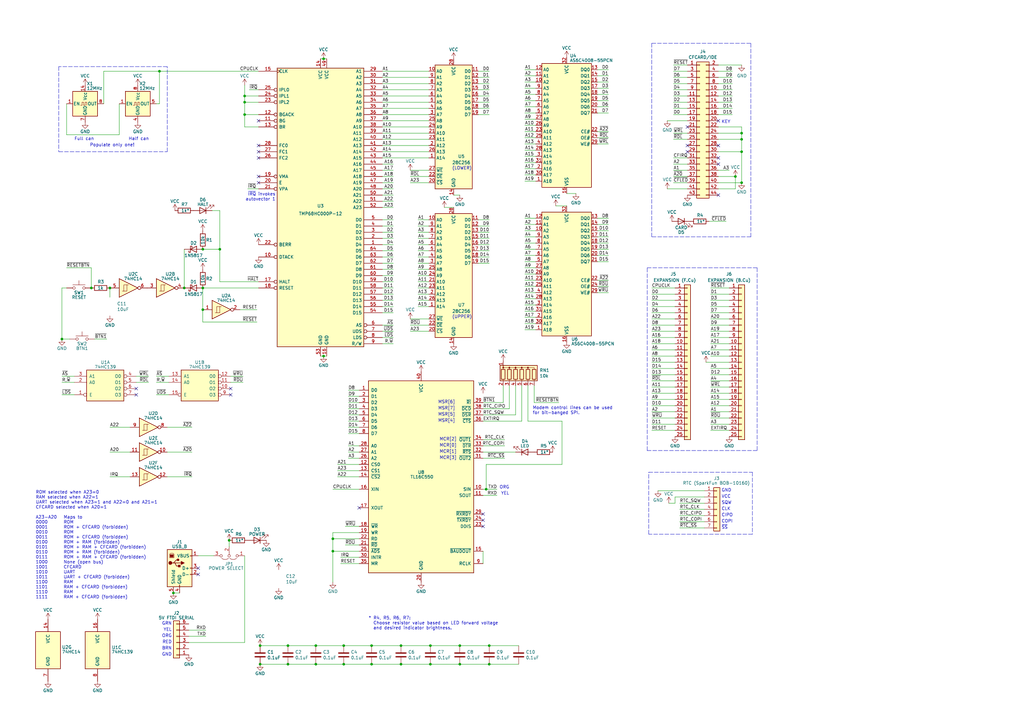
<source format=kicad_sch>
(kicad_sch (version 20211123) (generator eeschema)
  (paper "A3")
  (title_block (title "68k nano single board computer") (date "2020-06-24") (rev "1") (company "Matt Sarnoff (msarnoff.org)"))
  (junction (at 199.39 200.66))
  (junction (at 83.185 118.11))
  (junction (at 100.33 41.91))
  (junction (at 140.97 264.795))
  (junction (at 37.465 118.11))
  (junction (at 301.625 72.39))
  (junction (at 106.68 272.415))
  (junction (at 129.54 264.795))
  (junction (at 83.185 127))
  (junction (at 118.11 264.795))
  (junction (at 140.97 272.415))
  (junction (at 106.68 264.795))
  (junction (at 164.465 272.415))
  (junction (at 100.33 46.99))
  (junction (at 188.595 264.795))
  (junction (at 90.17 102.235))
  (junction (at 304.165 74.93))
  (junction (at 71.12 243.205))
  (junction (at 45.085 118.11))
  (junction (at 83.185 102.235))
  (junction (at 152.4 272.415))
  (junction (at 93.98 221.615))
  (junction (at 132.715 24.13))
  (junction (at 176.53 264.795))
  (junction (at 200.66 264.795))
  (junction (at 304.165 57.15))
  (junction (at 164.465 264.795))
  (junction (at 188.595 272.415))
  (junction (at 304.165 62.23))
  (junction (at 65.405 29.21))
  (junction (at 152.4 264.795))
  (junction (at 176.53 272.415))
  (junction (at 136.525 220.98))
  (junction (at 75.565 118.11))
  (junction (at 304.165 54.61))
  (junction (at 129.54 272.415))
  (junction (at 200.66 272.415))
  (junction (at 118.11 272.415))
  (junction (at 100.33 39.37))
  (junction (at 136.525 226.06))
  (junction (at 132.715 146.05))
  (junction (at 25.4 139.065))
  (no_connect (at 106.045 64.77))
  (no_connect (at 147.32 208.28))
  (no_connect (at 281.94 59.69))
  (no_connect (at 106.045 74.93))
  (no_connect (at 281.94 62.23))
  (no_connect (at 106.045 72.39))
  (no_connect (at 294.64 49.53))
  (no_connect (at 94.615 161.925))
  (no_connect (at 294.64 67.31))
  (no_connect (at 106.045 49.53))
  (no_connect (at 81.28 233.045))
  (no_connect (at 294.64 59.69))
  (no_connect (at 81.28 235.585))
  (no_connect (at 55.88 161.925))
  (no_connect (at 106.045 59.69))
  (no_connect (at 294.64 64.77))
  (no_connect (at 281.94 52.07))
  (no_connect (at 198.12 215.9))
  (no_connect (at 55.88 159.385))
  (no_connect (at 198.12 210.82))
  (no_connect (at 294.64 80.01))
  (no_connect (at 94.615 159.385))
  (no_connect (at 106.045 62.23))
  (no_connect (at 198.12 213.36))
  (wire (pts (xy 245.11 97.155) (xy 249.555 97.155)))
  (wire (pts (xy 281.94 39.37) (xy 276.225 39.37)))
  (wire (pts (xy 175.895 102.87) (xy 171.45 102.87)))
  (wire (pts (xy 245.11 46.355) (xy 249.555 46.355)))
  (wire (pts (xy 219.71 94.615) (xy 215.265 94.615)))
  (wire (pts (xy 276.86 148.59) (xy 267.335 148.59)))
  (wire (pts (xy 147.32 167.64) (xy 142.875 167.64)))
  (wire (pts (xy 83.185 132.08) (xy 105.41 132.08)))
  (wire (pts (xy 196.215 102.87) (xy 200.66 102.87)))
  (wire (pts (xy 53.34 195.58) (xy 45.085 195.58)))
  (wire (pts (xy 219.71 28.575) (xy 215.265 28.575)))
  (wire (pts (xy 294.64 62.23) (xy 304.165 62.23)))
  (wire (pts (xy 147.32 195.58) (xy 138.43 195.58)))
  (wire (pts (xy 196.215 36.83) (xy 200.66 36.83)))
  (polyline (pts (xy 310.515 184.785) (xy 265.43 184.785)))
  (polyline (pts (xy 310.515 109.855) (xy 310.515 184.785)))
  (wire (pts (xy 294.64 77.47) (xy 301.625 77.47)))
  (wire (pts (xy 212.725 264.795) (xy 200.66 264.795)))
  (wire (pts (xy 245.11 41.275) (xy 249.555 41.275)))
  (wire (pts (xy 147.32 215.9) (xy 141.605 215.9)))
  (wire (pts (xy 175.895 97.79) (xy 171.45 97.79)))
  (wire (pts (xy 136.525 226.06) (xy 136.525 238.76)))
  (wire (pts (xy 68.58 195.58) (xy 78.74 195.58)))
  (wire (pts (xy 245.11 28.575) (xy 249.555 28.575)))
  (wire (pts (xy 175.895 90.17) (xy 171.45 90.17)))
  (polyline (pts (xy 24.13 62.23) (xy 68.58 62.23)))
  (wire (pts (xy 156.845 62.23) (xy 175.895 62.23)))
  (wire (pts (xy 276.86 176.53) (xy 267.335 176.53)))
  (wire (pts (xy 156.845 90.17) (xy 161.29 90.17)))
  (wire (pts (xy 276.86 125.73) (xy 267.335 125.73)))
  (wire (pts (xy 175.895 72.39) (xy 168.275 72.39)))
  (polyline (pts (xy 266.065 219.075) (xy 266.065 193.675)))
  (wire (pts (xy 276.86 171.45) (xy 267.335 171.45)))
  (wire (pts (xy 77.47 260.985) (xy 84.455 260.985)))
  (wire (pts (xy 147.32 226.06) (xy 136.525 226.06)))
  (wire (pts (xy 175.895 59.69) (xy 156.845 59.69)))
  (wire (pts (xy 245.11 43.815) (xy 249.555 43.815)))
  (wire (pts (xy 176.53 264.795) (xy 164.465 264.795)))
  (wire (pts (xy 299.085 173.99) (xy 291.465 173.99)))
  (wire (pts (xy 245.11 114.935) (xy 249.555 114.935)))
  (wire (pts (xy 106.045 77.47) (xy 101.6 77.47)))
  (wire (pts (xy 175.895 100.33) (xy 171.45 100.33)))
  (wire (pts (xy 147.32 218.44) (xy 136.525 218.44)))
  (wire (pts (xy 294.64 29.21) (xy 300.355 29.21)))
  (wire (pts (xy 147.32 228.6) (xy 139.7 228.6)))
  (wire (pts (xy 212.725 272.415) (xy 200.66 272.415)))
  (wire (pts (xy 27.305 118.11) (xy 25.4 118.11)))
  (wire (pts (xy 199.39 190.5) (xy 230.505 190.5)))
  (wire (pts (xy 156.845 57.15) (xy 175.895 57.15)))
  (wire (pts (xy 299.085 146.05) (xy 291.465 146.05)))
  (wire (pts (xy 45.085 121.92) (xy 45.085 118.11)))
  (wire (pts (xy 299.085 156.21) (xy 291.465 156.21)))
  (wire (pts (xy 37.465 109.855) (xy 27.305 109.855)))
  (polyline (pts (xy 308.61 193.675) (xy 308.61 219.075)))
  (wire (pts (xy 147.32 175.26) (xy 142.875 175.26)))
  (wire (pts (xy 90.17 115.57) (xy 90.17 102.235)))
  (wire (pts (xy 299.085 123.19) (xy 291.465 123.19)))
  (wire (pts (xy 232.41 79.375) (xy 236.22 79.375)))
  (wire (pts (xy 156.845 39.37) (xy 175.895 39.37)))
  (wire (pts (xy 276.86 143.51) (xy 267.335 143.51)))
  (wire (pts (xy 276.86 156.21) (xy 267.335 156.21)))
  (wire (pts (xy 288.925 203.835) (xy 276.86 203.835)))
  (wire (pts (xy 65.405 29.21) (xy 106.045 29.21)))
  (wire (pts (xy 276.86 151.13) (xy 267.335 151.13)))
  (wire (pts (xy 219.71 109.855) (xy 215.265 109.855)))
  (wire (pts (xy 294.64 52.07) (xy 304.165 52.07)))
  (wire (pts (xy 299.085 135.89) (xy 291.465 135.89)))
  (wire (pts (xy 175.895 133.35) (xy 168.275 133.35)))
  (wire (pts (xy 219.71 122.555) (xy 215.265 122.555)))
  (wire (pts (xy 219.71 51.435) (xy 215.265 51.435)))
  (wire (pts (xy 156.845 140.97) (xy 161.29 140.97)))
  (wire (pts (xy 219.71 102.235) (xy 215.265 102.235)))
  (wire (pts (xy 290.83 90.805) (xy 297.815 90.805)))
  (wire (pts (xy 198.12 167.64) (xy 208.915 167.64)))
  (wire (pts (xy 25.4 118.11) (xy 25.4 139.065)))
  (wire (pts (xy 156.845 72.39) (xy 161.29 72.39)))
  (wire (pts (xy 182.245 85.09) (xy 186.055 85.09)))
  (wire (pts (xy 211.455 170.18) (xy 211.455 158.115)))
  (polyline (pts (xy 266.065 193.675) (xy 308.61 193.675)))
  (wire (pts (xy 219.71 61.595) (xy 215.265 61.595)))
  (wire (pts (xy 276.86 138.43) (xy 267.335 138.43)))
  (wire (pts (xy 133.985 24.13) (xy 132.715 24.13)))
  (wire (pts (xy 294.64 57.15) (xy 304.165 57.15)))
  (wire (pts (xy 175.895 95.25) (xy 171.45 95.25)))
  (wire (pts (xy 219.71 112.395) (xy 215.265 112.395)))
  (wire (pts (xy 156.845 29.21) (xy 175.895 29.21)))
  (wire (pts (xy 245.11 59.055) (xy 249.555 59.055)))
  (wire (pts (xy 276.86 120.65) (xy 267.335 120.65)))
  (wire (pts (xy 106.045 46.99) (xy 100.33 46.99)))
  (wire (pts (xy 304.165 57.15) (xy 304.165 62.23)))
  (wire (pts (xy 69.215 161.925) (xy 64.135 161.925)))
  (wire (pts (xy 276.86 146.05) (xy 267.335 146.05)))
  (wire (pts (xy 156.845 74.93) (xy 161.29 74.93)))
  (wire (pts (xy 175.895 120.65) (xy 171.45 120.65)))
  (wire (pts (xy 245.11 102.235) (xy 249.555 102.235)))
  (wire (pts (xy 106.045 52.07) (xy 100.33 52.07)))
  (wire (pts (xy 140.97 272.415) (xy 129.54 272.415)))
  (wire (pts (xy 81.28 227.965) (xy 87.63 227.965)))
  (wire (pts (xy 198.12 185.42) (xy 211.455 185.42)))
  (wire (pts (xy 299.085 153.67) (xy 291.465 153.67)))
  (wire (pts (xy 216.535 172.72) (xy 216.535 158.115)))
  (wire (pts (xy 219.71 48.895) (xy 215.265 48.895)))
  (wire (pts (xy 219.71 117.475) (xy 215.265 117.475)))
  (wire (pts (xy 276.86 203.835) (xy 276.86 206.375)))
  (polyline (pts (xy 267.335 97.155) (xy 267.335 17.78)))
  (wire (pts (xy 196.215 100.33) (xy 200.66 100.33)))
  (wire (pts (xy 136.525 220.98) (xy 136.525 226.06)))
  (wire (pts (xy 276.86 168.91) (xy 267.335 168.91)))
  (wire (pts (xy 294.64 41.91) (xy 300.355 41.91)))
  (wire (pts (xy 276.86 206.375) (xy 274.32 206.375)))
  (wire (pts (xy 299.085 161.29) (xy 291.465 161.29)))
  (wire (pts (xy 219.71 43.815) (xy 215.265 43.815)))
  (wire (pts (xy 156.845 69.85) (xy 161.29 69.85)))
  (wire (pts (xy 83.185 127) (xy 83.185 132.08)))
  (wire (pts (xy 196.215 105.41) (xy 200.66 105.41)))
  (wire (pts (xy 281.94 44.45) (xy 276.225 44.45)))
  (wire (pts (xy 55.88 156.845) (xy 60.96 156.845)))
  (wire (pts (xy 219.71 64.135) (xy 215.265 64.135)))
  (wire (pts (xy 199.39 200.66) (xy 203.835 200.66)))
  (wire (pts (xy 55.88 154.305) (xy 60.96 154.305)))
  (wire (pts (xy 294.64 74.93) (xy 304.165 74.93)))
  (wire (pts (xy 156.845 44.45) (xy 175.895 44.45)))
  (wire (pts (xy 288.925 206.375) (xy 278.765 206.375)))
  (wire (pts (xy 219.71 38.735) (xy 215.265 38.735)))
  (wire (pts (xy 245.11 36.195) (xy 249.555 36.195)))
  (wire (pts (xy 288.925 216.535) (xy 278.765 216.535)))
  (wire (pts (xy 294.64 31.75) (xy 300.355 31.75)))
  (wire (pts (xy 288.925 213.995) (xy 278.765 213.995)))
  (wire (pts (xy 175.895 41.91) (xy 156.845 41.91)))
  (polyline (pts (xy 308.61 219.075) (xy 266.065 219.075)))
  (wire (pts (xy 30.48 154.305) (xy 25.4 154.305)))
  (wire (pts (xy 196.215 95.25) (xy 200.66 95.25)))
  (polyline (pts (xy 267.335 17.78) (xy 307.975 17.78)))
  (wire (pts (xy 219.71 92.075) (xy 215.265 92.075)))
  (wire (pts (xy 102.235 36.83) (xy 106.045 36.83)))
  (wire (pts (xy 38.735 139.065) (xy 43.815 139.065)))
  (wire (pts (xy 175.895 135.89) (xy 168.275 135.89)))
  (wire (pts (xy 37.465 118.11) (xy 37.465 109.855)))
  (wire (pts (xy 175.895 107.95) (xy 171.45 107.95)))
  (wire (pts (xy 299.085 128.27) (xy 291.465 128.27)))
  (wire (pts (xy 100.33 52.07) (xy 100.33 46.99)))
  (wire (pts (xy 219.71 135.255) (xy 215.265 135.255)))
  (wire (pts (xy 156.845 97.79) (xy 161.29 97.79)))
  (wire (pts (xy 69.215 156.845) (xy 64.135 156.845)))
  (wire (pts (xy 156.845 133.35) (xy 161.29 133.35)))
  (wire (pts (xy 304.165 62.23) (xy 304.165 74.93)))
  (wire (pts (xy 245.11 89.535) (xy 249.555 89.535)))
  (wire (pts (xy 106.045 39.37) (xy 100.33 39.37)))
  (wire (pts (xy 156.845 118.11) (xy 161.29 118.11)))
  (wire (pts (xy 245.11 92.075) (xy 249.555 92.075)))
  (wire (pts (xy 276.86 135.89) (xy 267.335 135.89)))
  (wire (pts (xy 98.425 127) (xy 105.41 127)))
  (wire (pts (xy 232.41 84.455) (xy 227.965 84.455)))
  (wire (pts (xy 245.11 94.615) (xy 249.555 94.615)))
  (wire (pts (xy 156.845 82.55) (xy 161.29 82.55)))
  (wire (pts (xy 147.32 220.98) (xy 136.525 220.98)))
  (wire (pts (xy 53.34 185.42) (xy 45.085 185.42)))
  (wire (pts (xy 147.32 177.8) (xy 142.875 177.8)))
  (wire (pts (xy 156.845 135.89) (xy 161.29 135.89)))
  (wire (pts (xy 175.895 36.83) (xy 156.845 36.83)))
  (wire (pts (xy 30.48 156.845) (xy 25.4 156.845)))
  (wire (pts (xy 219.71 120.015) (xy 215.265 120.015)))
  (wire (pts (xy 147.32 182.88) (xy 142.875 182.88)))
  (wire (pts (xy 156.845 107.95) (xy 161.29 107.95)))
  (wire (pts (xy 276.86 158.75) (xy 267.335 158.75)))
  (wire (pts (xy 198.12 180.34) (xy 207.01 180.34)))
  (wire (pts (xy 294.64 39.37) (xy 300.355 39.37)))
  (wire (pts (xy 136.525 218.44) (xy 136.525 220.98)))
  (wire (pts (xy 168.275 69.85) (xy 175.895 69.85)))
  (wire (pts (xy 156.845 102.87) (xy 161.29 102.87)))
  (wire (pts (xy 281.94 46.99) (xy 276.225 46.99)))
  (wire (pts (xy 219.71 97.155) (xy 215.265 97.155)))
  (polyline (pts (xy 24.13 27.305) (xy 24.13 62.23)))
  (wire (pts (xy 276.86 133.35) (xy 267.335 133.35)))
  (wire (pts (xy 294.64 44.45) (xy 300.355 44.45)))
  (wire (pts (xy 196.215 41.91) (xy 200.66 41.91)))
  (wire (pts (xy 129.54 272.415) (xy 118.11 272.415)))
  (wire (pts (xy 299.085 163.83) (xy 291.465 163.83)))
  (wire (pts (xy 219.71 31.115) (xy 215.265 31.115)))
  (polyline (pts (xy 307.975 97.155) (xy 267.335 97.155)))
  (wire (pts (xy 28.575 139.065) (xy 25.4 139.065)))
  (wire (pts (xy 196.215 107.95) (xy 200.66 107.95)))
  (wire (pts (xy 299.085 130.81) (xy 291.465 130.81)))
  (wire (pts (xy 152.4 264.795) (xy 140.97 264.795)))
  (wire (pts (xy 156.845 92.71) (xy 161.29 92.71)))
  (wire (pts (xy 94.615 154.305) (xy 99.695 154.305)))
  (wire (pts (xy 156.845 67.31) (xy 161.29 67.31)))
  (wire (pts (xy 219.71 33.655) (xy 215.265 33.655)))
  (wire (pts (xy 188.595 264.795) (xy 176.53 264.795)))
  (polyline (pts (xy 68.58 62.23) (xy 68.58 27.305)))
  (wire (pts (xy 281.94 26.67) (xy 276.225 26.67)))
  (wire (pts (xy 198.12 226.06) (xy 198.12 231.14)))
  (wire (pts (xy 188.595 264.795) (xy 200.66 264.795)))
  (wire (pts (xy 83.185 118.11) (xy 106.045 118.11)))
  (wire (pts (xy 147.32 231.14) (xy 139.7 231.14)))
  (wire (pts (xy 71.12 243.205) (xy 73.66 243.205)))
  (wire (pts (xy 156.845 49.53) (xy 175.895 49.53)))
  (wire (pts (xy 198.12 165.1) (xy 206.375 165.1)))
  (wire (pts (xy 196.215 46.99) (xy 200.66 46.99)))
  (wire (pts (xy 93.98 221.615) (xy 93.98 224.155)))
  (wire (pts (xy 147.32 193.04) (xy 138.43 193.04)))
  (wire (pts (xy 133.985 146.05) (xy 132.715 146.05)))
  (wire (pts (xy 156.845 125.73) (xy 161.29 125.73)))
  (wire (pts (xy 198.12 203.2) (xy 203.835 203.2)))
  (wire (pts (xy 140.97 272.415) (xy 152.4 272.415)))
  (wire (pts (xy 245.11 117.475) (xy 249.555 117.475)))
  (wire (pts (xy 299.085 118.11) (xy 291.465 118.11)))
  (wire (pts (xy 175.895 46.99) (xy 156.845 46.99)))
  (wire (pts (xy 196.215 90.17) (xy 200.66 90.17)))
  (wire (pts (xy 281.94 41.91) (xy 276.225 41.91)))
  (wire (pts (xy 219.71 130.175) (xy 215.265 130.175)))
  (wire (pts (xy 276.86 123.19) (xy 267.335 123.19)))
  (wire (pts (xy 196.215 44.45) (xy 200.66 44.45)))
  (wire (pts (xy 276.86 128.27) (xy 267.335 128.27)))
  (wire (pts (xy 175.895 123.19) (xy 171.45 123.19)))
  (wire (pts (xy 175.895 105.41) (xy 171.45 105.41)))
  (wire (pts (xy 299.085 143.51) (xy 291.465 143.51)))
  (wire (pts (xy 118.11 272.415) (xy 106.68 272.415)))
  (wire (pts (xy 219.71 71.755) (xy 215.265 71.755)))
  (wire (pts (xy 100.33 263.525) (xy 100.33 227.965)))
  (wire (pts (xy 156.845 110.49) (xy 161.29 110.49)))
  (wire (pts (xy 90.17 86.36) (xy 90.17 102.235)))
  (wire (pts (xy 276.86 163.83) (xy 267.335 163.83)))
  (wire (pts (xy 219.71 69.215) (xy 215.265 69.215)))
  (wire (pts (xy 198.12 187.96) (xy 207.01 187.96)))
  (wire (pts (xy 230.505 172.72) (xy 216.535 172.72)))
  (wire (pts (xy 196.215 34.29) (xy 200.66 34.29)))
  (wire (pts (xy 147.32 162.56) (xy 142.875 162.56)))
  (wire (pts (xy 219.71 41.275) (xy 215.265 41.275)))
  (wire (pts (xy 68.58 185.42) (xy 78.74 185.42)))
  (wire (pts (xy 213.995 158.115) (xy 213.995 172.72)))
  (wire (pts (xy 219.71 132.715) (xy 215.265 132.715)))
  (wire (pts (xy 100.33 46.99) (xy 100.33 41.91)))
  (wire (pts (xy 147.32 223.52) (xy 141.605 223.52)))
  (wire (pts (xy 281.94 57.15) (xy 276.225 57.15)))
  (wire (pts (xy 294.64 34.29) (xy 300.355 34.29)))
  (wire (pts (xy 276.86 118.11) (xy 267.335 118.11)))
  (wire (pts (xy 208.915 158.115) (xy 208.915 167.64)))
  (polyline (pts (xy 307.975 17.78) (xy 307.975 97.155)))
  (wire (pts (xy 156.845 52.07) (xy 175.895 52.07)))
  (wire (pts (xy 291.465 151.13) (xy 299.085 151.13)))
  (wire (pts (xy 245.11 104.775) (xy 249.555 104.775)))
  (wire (pts (xy 156.845 113.03) (xy 161.29 113.03)))
  (wire (pts (xy 106.045 41.91) (xy 100.33 41.91)))
  (wire (pts (xy 175.895 113.03) (xy 171.45 113.03)))
  (wire (pts (xy 147.32 172.72) (xy 142.875 172.72)))
  (wire (pts (xy 175.895 92.71) (xy 171.45 92.71)))
  (wire (pts (xy 198.12 200.66) (xy 199.39 200.66)))
  (wire (pts (xy 152.4 264.795) (xy 164.465 264.795)))
  (wire (pts (xy 147.32 170.18) (xy 142.875 170.18)))
  (wire (pts (xy 301.625 77.47) (xy 301.625 72.39)))
  (wire (pts (xy 132.715 24.13) (xy 131.445 24.13)))
  (wire (pts (xy 176.53 272.415) (xy 188.595 272.415)))
  (wire (pts (xy 219.71 56.515) (xy 215.265 56.515)))
  (wire (pts (xy 281.94 74.93) (xy 276.225 74.93)))
  (wire (pts (xy 106.045 115.57) (xy 90.17 115.57)))
  (wire (pts (xy 281.94 31.75) (xy 276.225 31.75)))
  (wire (pts (xy 196.215 39.37) (xy 200.66 39.37)))
  (wire (pts (xy 164.465 272.415) (xy 152.4 272.415)))
  (wire (pts (xy 299.085 148.59) (xy 289.56 148.59)))
  (wire (pts (xy 64.135 42.545) (xy 65.405 42.545)))
  (wire (pts (xy 156.845 77.47) (xy 161.29 77.47)))
  (wire (pts (xy 53.34 175.26) (xy 45.085 175.26)))
  (wire (pts (xy 281.94 69.85) (xy 276.225 69.85)))
  (wire (pts (xy 30.48 161.925) (xy 25.4 161.925)))
  (wire (pts (xy 288.925 208.915) (xy 278.765 208.915)))
  (wire (pts (xy 196.215 31.75) (xy 200.66 31.75)))
  (wire (pts (xy 291.465 158.75) (xy 299.085 158.75)))
  (wire (pts (xy 304.165 52.07) (xy 304.165 54.61)))
  (wire (pts (xy 156.845 34.29) (xy 175.895 34.29)))
  (wire (pts (xy 249.555 53.975) (xy 245.11 53.975)))
  (wire (pts (xy 219.71 104.775) (xy 215.265 104.775)))
  (wire (pts (xy 147.32 160.02) (xy 142.875 160.02)))
  (wire (pts (xy 245.11 31.115) (xy 249.555 31.115)))
  (wire (pts (xy 42.545 29.21) (xy 65.405 29.21)))
  (wire (pts (xy 156.845 95.25) (xy 161.29 95.25)))
  (wire (pts (xy 77.47 263.525) (xy 100.33 263.525)))
  (wire (pts (xy 281.94 67.31) (xy 276.225 67.31)))
  (wire (pts (xy 281.94 34.29) (xy 276.225 34.29)))
  (wire (pts (xy 156.845 115.57) (xy 161.29 115.57)))
  (wire (pts (xy 219.71 107.315) (xy 215.265 107.315)))
  (wire (pts (xy 299.085 140.97) (xy 291.465 140.97)))
  (wire (pts (xy 294.64 72.39) (xy 301.625 72.39)))
  (wire (pts (xy 140.97 264.795) (xy 129.54 264.795)))
  (wire (pts (xy 94.615 156.845) (xy 99.695 156.845)))
  (wire (pts (xy 219.71 36.195) (xy 215.265 36.195)))
  (wire (pts (xy 175.895 74.93) (xy 168.275 74.93)))
  (wire (pts (xy 245.11 99.695) (xy 249.555 99.695)))
  (wire (pts (xy 175.895 125.73) (xy 171.45 125.73)))
  (wire (pts (xy 219.71 53.975) (xy 215.265 53.975)))
  (wire (pts (xy 156.845 120.65) (xy 161.29 120.65)))
  (wire (pts (xy 267.335 173.99) (xy 276.86 173.99)))
  (wire (pts (xy 299.085 168.91) (xy 291.465 168.91)))
  (wire (pts (xy 75.565 102.235) (xy 75.565 118.11)))
  (wire (pts (xy 294.64 36.83) (xy 300.355 36.83)))
  (wire (pts (xy 196.215 92.71) (xy 200.66 92.71)))
  (wire (pts (xy 106.68 264.795) (xy 118.11 264.795)))
  (wire (pts (xy 175.895 54.61) (xy 156.845 54.61)))
  (wire (pts (xy 86.995 86.36) (xy 90.17 86.36)))
  (wire (pts (xy 175.895 115.57) (xy 171.45 115.57)))
  (wire (pts (xy 68.58 175.26) (xy 78.74 175.26)))
  (wire (pts (xy 294.64 69.85) (xy 299.085 69.85)))
  (polyline (pts (xy 265.43 184.785) (xy 265.43 109.855)))
  (wire (pts (xy 100.33 41.91) (xy 100.33 39.37)))
  (wire (pts (xy 299.085 171.45) (xy 291.465 171.45)))
  (wire (pts (xy 294.64 54.61) (xy 304.165 54.61)))
  (wire (pts (xy 48.895 42.545) (xy 48.895 55.245)))
  (wire (pts (xy 219.71 74.295) (xy 215.265 74.295)))
  (wire (pts (xy 156.845 31.75) (xy 175.895 31.75)))
  (wire (pts (xy 230.505 190.5) (xy 230.505 172.72)))
  (wire (pts (xy 245.11 56.515) (xy 249.555 56.515)))
  (wire (pts (xy 299.085 120.65) (xy 291.465 120.65)))
  (wire (pts (xy 276.86 140.97) (xy 267.335 140.97)))
  (wire (pts (xy 304.165 57.15) (xy 304.165 54.61)))
  (wire (pts (xy 83.185 118.11) (xy 83.185 127)))
  (wire (pts (xy 175.895 110.49) (xy 171.45 110.49)))
  (wire (pts (xy 156.845 105.41) (xy 161.29 105.41)))
  (wire (pts (xy 206.375 165.1) (xy 206.375 158.115)))
  (wire (pts (xy 48.895 55.245) (xy 27.305 55.245)))
  (wire (pts (xy 198.12 182.88) (xy 207.01 182.88)))
  (wire (pts (xy 299.085 138.43) (xy 291.465 138.43)))
  (wire (pts (xy 42.545 42.545) (xy 42.545 29.21)))
  (wire (pts (xy 276.86 153.67) (xy 267.335 153.67)))
  (wire (pts (xy 281.94 54.61) (xy 276.225 54.61)))
  (wire (pts (xy 147.32 165.1) (xy 142.875 165.1)))
  (wire (pts (xy 118.11 264.795) (xy 129.54 264.795)))
  (wire (pts (xy 245.11 38.735) (xy 249.555 38.735)))
  (wire (pts (xy 156.845 100.33) (xy 161.29 100.33)))
  (wire (pts (xy 281.94 64.77) (xy 276.225 64.77)))
  (wire (pts (xy 176.53 272.415) (xy 164.465 272.415)))
  (wire (pts (xy 156.845 123.19) (xy 161.29 123.19)))
  (wire (pts (xy 281.94 29.21) (xy 276.225 29.21)))
  (wire (pts (xy 299.085 133.35) (xy 291.465 133.35)))
  (wire (pts (xy 198.12 170.18) (xy 211.455 170.18)))
  (wire (pts (xy 147.32 190.5) (xy 138.43 190.5)))
  (wire (pts (xy 245.11 120.015) (xy 249.555 120.015)))
  (wire (pts (xy 299.085 166.37) (xy 291.465 166.37)))
  (wire (pts (xy 245.11 107.315) (xy 249.555 107.315)))
  (wire (pts (xy 131.445 146.05) (xy 132.715 146.05)))
  (wire (pts (xy 100.33 34.925) (xy 100.33 39.37)))
  (wire (pts (xy 288.925 201.295) (xy 269.875 201.295)))
  (wire (pts (xy 175.895 118.11) (xy 171.45 118.11)))
  (wire (pts (xy 219.71 46.355) (xy 215.265 46.355)))
  (wire (pts (xy 77.47 258.445) (xy 84.455 258.445)))
  (wire (pts (xy 175.895 64.77) (xy 156.845 64.77)))
  (wire (pts (xy 219.71 89.535) (xy 215.265 89.535)))
  (wire (pts (xy 147.32 185.42) (xy 142.875 185.42)))
  (wire (pts (xy 294.64 26.67) (xy 304.165 26.67)))
  (wire (pts (xy 281.94 49.53) (xy 273.685 49.53)))
  (wire (pts (xy 281.94 36.83) (xy 276.225 36.83)))
  (wire (pts (xy 281.94 77.47) (xy 273.685 77.47)))
  (wire (pts (xy 147.32 200.66) (xy 136.525 200.66)))
  (wire (pts (xy 65.405 42.545) (xy 65.405 29.21)))
  (wire (pts (xy 156.845 85.09) (xy 161.29 85.09)))
  (wire (pts (xy 156.845 138.43) (xy 161.29 138.43)))
  (wire (pts (xy 281.94 72.39) (xy 276.225 72.39)))
  (wire (pts (xy 299.085 176.53) (xy 291.465 176.53)))
  (wire (pts (xy 219.075 165.1) (xy 229.235 165.1)))
  (wire (pts (xy 69.215 154.305) (xy 64.135 154.305)))
  (wire (pts (xy 294.64 46.99) (xy 300.355 46.99)))
  (wire (pts (xy 219.71 66.675) (xy 215.265 66.675)))
  (wire (pts (xy 196.215 97.79) (xy 200.66 97.79)))
  (wire (pts (xy 219.71 127.635) (xy 215.265 127.635)))
  (wire (pts (xy 219.71 59.055) (xy 215.265 59.055)))
  (wire (pts (xy 299.085 125.73) (xy 291.465 125.73)))
  (wire (pts (xy 219.71 99.695) (xy 215.265 99.695)))
  (wire (pts (xy 156.845 80.01) (xy 161.29 80.01)))
  (wire (pts (xy 188.595 272.415) (xy 200.66 272.415)))
  (wire (pts (xy 186.055 80.01) (xy 188.595 80.01)))
  (wire (pts (xy 276.86 130.81) (xy 267.335 130.81)))
  (wire (pts (xy 196.215 29.21) (xy 200.66 29.21)))
  (wire (pts (xy 90.17 102.235) (xy 83.185 102.235)))
  (polyline (pts (xy 265.43 109.855) (xy 310.515 109.855)))
  (wire (pts (xy 147.32 187.96) (xy 142.875 187.96)))
  (wire (pts (xy 245.11 33.655) (xy 249.555 33.655)))
  (wire (pts (xy 199.39 200.66) (xy 199.39 190.5)))
  (wire (pts (xy 27.305 55.245) (xy 27.305 42.545)))
  (wire (pts (xy 219.71 114.935) (xy 215.265 114.935)))
  (wire (pts (xy 219.075 158.115) (xy 219.075 165.1)))
  (wire (pts (xy 219.71 125.095) (xy 215.265 125.095)))
  (wire (pts (xy 276.86 161.29) (xy 267.335 161.29)))
  (wire (pts (xy 213.995 172.72) (xy 198.12 172.72)))
  (polyline (pts (xy 68.58 27.305) (xy 24.13 27.305)))
  (wire (pts (xy 276.86 166.37) (xy 267.335 166.37)))
  (wire (pts (xy 288.925 211.455) (xy 278.765 211.455)))
  (wire (pts (xy 168.275 130.81) (xy 175.895 130.81)))
  (wire (pts (xy 156.845 128.27) (xy 161.29 128.27)))
  (text "Full can" (at 30.48 57.785 0) (effects (font (size 1.27 1.27)) (justify left bottom)))
  (text "GND" (at 295.91 201.93 0) (effects (font (size 1.27 1.27)) (justify left bottom)))
  (text "MSR[6]" (at 186.69 165.735 180) (effects (font (size 1.27 1.27)) (justify right bottom)))
  (text "ORG" (at 208.915 200.66 180) (effects (font (size 1.27 1.27)) (justify right bottom)))
  (text "MCR[1]" (at 187.325 186.055 180) (effects (font (size 1.27 1.27)) (justify right bottom)))
  (text "Populate only one!" (at 36.83 60.325 0) (effects (font (size 1.27 1.27)) (justify left bottom)))
  (text "A23-A20\n0000\n0001\n0010\n0011\n0100\n0101\n0110\n0111\n1000\n1001\n1010\n1011\n1100\n1101\n1110\n1111" (at 14.605 245.745 0) (effects (font (size 1.27 1.27)) (justify left bottom)))
  (text "* R4, R5, R6, R7: \n  Choose resistor value based on LED forward voltage\n  and desired indicator brightness." (at 151.13 258.445 0) (effects (font (size 1.27 1.27)) (justify left bottom)))
  (text "CLK" (at 295.91 209.55 0) (effects (font (size 1.27 1.27)) (justify left bottom)))
  (text "MCR[2]" (at 187.325 180.975 180) (effects (font (size 1.27 1.27)) (justify right bottom)))
  (text "ORG" (at 70.485 261.62 180) (effects (font (size 1.27 1.27)) (justify right bottom)))
  (text "(UPPER)" (at 185.42 130.81 0) (effects (font (size 1.27 1.27)) (justify left bottom)))
  (text "Half can" (at 52.705 57.785 0) (effects (font (size 1.27 1.27)) (justify left bottom)))
  (text "SQW" (at 295.91 207.01 0) (effects (font (size 1.27 1.27)) (justify left bottom)))
  (text "MCR[3]" (at 187.325 188.595 180) (effects (font (size 1.27 1.27)) (justify right bottom)))
  (text "YEL" (at 70.485 259.08 180) (effects (font (size 1.27 1.27)) (justify right bottom)))
  (text "~{IRQ} invokes\nautovector 1" (at 113.03 82.55 180) (effects (font (size 1.27 1.27)) (justify right bottom)))
  (text "(LOWER)" (at 185.42 69.85 0) (effects (font (size 1.27 1.27)) (justify left bottom)))
  (text "COPI" (at 295.91 214.63 0) (effects (font (size 1.27 1.27)) (justify left bottom)))
  (text "VCC" (at 295.91 204.47 0) (effects (font (size 1.27 1.27)) (justify left bottom)))
  (text "GRN" (at 70.485 256.54 180) (effects (font (size 1.27 1.27)) (justify right bottom)))
  (text "Maps to\nROM\nROM + CFCARD (forbidden)\nROM\nROM + CFCARD (forbidden)\nROM + RAM (forbidden)\nROM + RAM + CFCARD (forbidden)\nROM + RAM (forbidden)\nROM + RAM + CFCARD (forbidden)\nNone (open bus)\nCFCARD\nUART\nUART + CFCARD (forbidden)\nRAM\nRAM + CFCARD (forbidden)\nRAM\nRAM + CFCARD (forbidden)" (at 26.035 245.745 0) (effects (font (size 1.27 1.27)) (justify left bottom)))
  (text "ROM selected when A23=0\nRAM selected when A22=1\nUART selected when A23=1 and A22=0 and A21=1\nCFCARD selected when A20=1" (at 14.605 208.915 0) (effects (font (size 1.27 1.27)) (justify left bottom)))
  (text "GND" (at 70.485 269.24 180) (effects (font (size 1.27 1.27)) (justify right bottom)))
  (text "MSR[7]" (at 186.69 168.275 180) (effects (font (size 1.27 1.27)) (justify right bottom)))
  (text "BRN" (at 70.485 266.7 180) (effects (font (size 1.27 1.27)) (justify right bottom)))
  (text "MCR[0]" (at 187.325 183.515 180) (effects (font (size 1.27 1.27)) (justify right bottom)))
  (text "~{SS}" (at 295.91 217.17 0) (effects (font (size 1.27 1.27)) (justify left bottom)))
  (text "KEY" (at 295.91 50.8 0) (effects (font (size 1.27 1.27)) (justify left bottom)))
  (text "Modem control lines can be used\nfor bit-banged SPI." (at 218.44 170.18 0) (effects (font (size 1.27 1.27)) (justify left bottom)))
  (text "MSR[5]" (at 186.69 170.815 180) (effects (font (size 1.27 1.27)) (justify right bottom)))
  (text "YEL" (at 208.915 203.2 180) (effects (font (size 1.27 1.27)) (justify right bottom)))
  (text "CIPO" (at 295.91 212.09 0) (effects (font (size 1.27 1.27)) (justify left bottom)))
  (text "MSR[4]" (at 186.69 173.355 180) (effects (font (size 1.27 1.27)) (justify right bottom)))
  (text "RED" (at 70.485 264.16 180) (effects (font (size 1.27 1.27)) (justify right bottom)))
  (label "~{RDL}" (at 276.225 57.15 0))
  (label "D8" (at 300.355 29.21 180))
  (label "A14" (at 215.265 122.555 0))
  (label "D13" (at 200.66 102.87 180))
  (label "RXD" (at 84.455 258.445 180))
  (label "A1" (at 276.225 69.85 0))
  (label "~{WRU}" (at 267.335 171.45 0))
  (label "A22" (at 267.335 130.81 0))
  (label "A18" (at 161.29 72.39 180))
  (label "A4" (at 215.265 36.195 0))
  (label "~{RTC_SS}" (at 207.01 187.96 180))
  (label "~{RDU}" (at 168.275 133.35 0))
  (label "A11" (at 215.265 114.935 0))
  (label "D13" (at 249.555 102.235 180))
  (label "D4" (at 161.29 100.33 180))
  (label "A15" (at 171.45 125.73 0))
  (label "D7" (at 249.555 46.355 180))
  (label "D4" (at 267.335 125.73 0))
  (label "~{RDL}" (at 267.335 156.21 0))
  (label "~{RDL}" (at 249.555 56.515 180))
  (label "D0" (at 267.335 120.65 0))
  (label "A8" (at 156.845 46.99 0))
  (label "A3" (at 142.875 187.96 0))
  (label "~{RDU}" (at 291.465 171.45 0))
  (label "D12" (at 161.29 120.65 180))
  (label "D1" (at 200.66 31.75 180))
  (label "D14" (at 249.555 104.775 180))
  (label "A2" (at 276.225 67.31 0))
  (label "D9" (at 161.29 113.03 180))
  (label "D10" (at 200.66 95.25 180))
  (label "RTC_SQW" (at 278.765 206.375 0))
  (label "A2" (at 171.45 92.71 0))
  (label "A18" (at 215.265 71.755 0))
  (label "D3" (at 276.225 39.37 0))
  (label "A19" (at 215.265 135.255 0))
  (label "D8" (at 200.66 90.17 180))
  (label "A3" (at 171.45 95.25 0))
  (label "D5" (at 276.225 34.29 0))
  (label "A6" (at 156.845 41.91 0))
  (label "D14" (at 142.875 175.26 0))
  (label "~{RDL}" (at 60.96 156.845 180))
  (label "D14" (at 267.335 151.13 0))
  (label "D5" (at 249.555 41.275 180))
  (label "D11" (at 249.555 97.155 180))
  (label "A17" (at 215.265 130.175 0))
  (label "D10" (at 249.555 94.615 180))
  (label "RTC_COPI" (at 278.765 213.995 0))
  (label "~{BTN1}" (at 43.815 139.065 180))
  (label "D9" (at 200.66 92.71 180))
  (label "D8" (at 161.29 110.49 180))
  (label "EXTIRQ" (at 198.12 172.72 0))
  (label "~{A20}" (at 276.225 72.39 0))
  (label "D7" (at 200.66 46.99 180))
  (label "D9" (at 291.465 133.35 0))
  (label "A22" (at 161.29 82.55 180))
  (label "D7" (at 276.225 29.21 0))
  (label "A13" (at 171.45 120.65 0))
  (label "A18" (at 267.335 140.97 0))
  (label "D11" (at 161.29 118.11 180))
  (label "~{IRQ}" (at 102.235 36.83 0))
  (label "A16" (at 215.265 66.675 0))
  (label "A2" (at 215.265 31.115 0))
  (label "~{AS}" (at 64.135 154.305 0))
  (label "D3" (at 200.66 36.83 180))
  (label "A17" (at 291.465 138.43 0))
  (label "A9" (at 215.265 109.855 0))
  (label "A11" (at 171.45 115.57 0))
  (label "~{WRU}" (at 99.695 154.305 180))
  (label "~{A22}" (at 249.555 114.935 180))
  (label "~{LDS}" (at 161.29 138.43 180))
  (label "D13" (at 267.335 153.67 0))
  (label "A19" (at 161.29 74.93 180))
  (label "A3" (at 215.265 33.655 0))
  (label "RESET" (at 105.41 127 180))
  (label "A7" (at 156.845 44.45 0))
  (label "D0" (at 249.555 28.575 180))
  (label "A15" (at 291.465 163.83 0))
  (label "A8" (at 215.265 46.355 0))
  (label "A11" (at 215.265 53.975 0))
  (label "D11" (at 267.335 173.99 0))
  (label "D13" (at 300.355 41.91 180))
  (label "A3" (at 156.845 34.29 0))
  (label "A21" (at 161.29 80.01 180))
  (label "~{WRL}" (at 276.225 54.61 0))
  (label "A2" (at 142.875 185.42 0))
  (label "D10" (at 142.875 165.1 0))
  (label "D14" (at 300.355 44.45 180))
  (label "~{BTN1}" (at 198.12 165.1 0))
  (label "A4" (at 291.465 156.21 0))
  (label "D12" (at 249.555 99.695 180))
  (label "A3" (at 299.085 69.85 180))
  (label "D0" (at 161.29 90.17 180))
  (label "D5" (at 200.66 41.91 180))
  (label "D8" (at 267.335 133.35 0))
  (label "CFIRQ" (at 276.225 64.77 0))
  (label "A6" (at 215.265 102.235 0))
  (label "~{LDS}" (at 25.4 161.925 0))
  (label "D9" (at 249.555 92.075 180))
  (label "~{RESETBTN}" (at 27.305 109.855 0))
  (label "D11" (at 200.66 97.79 180))
  (label "A5" (at 156.845 39.37 0))
  (label "A1" (at 156.845 29.21 0))
  (label "~{WRU}" (at 249.555 120.015 180))
  (label "D12" (at 142.875 170.18 0))
  (label "D4" (at 249.555 38.735 180))
  (label "D0" (at 276.225 46.99 0))
  (label "A1" (at 215.265 28.575 0))
  (label "~{UDS}" (at 64.135 161.925 0))
  (label "A13" (at 267.335 161.29 0))
  (label "D6" (at 200.66 44.45 180))
  (label "A13" (at 156.845 59.69 0))
  (label "~{IRQ}" (at 78.74 195.58 180))
  (label "D11" (at 300.355 36.83 180))
  (label "D13" (at 161.29 123.19 180))
  (label "D11" (at 142.875 167.64 0))
  (label "IRQ" (at 139.7 228.6 0))
  (label "D0" (at 200.66 29.21 180))
  (label "D9" (at 300.355 31.75 180))
  (label "D15" (at 161.29 128.27 180))
  (label "A12" (at 171.45 118.11 0))
  (label "A13" (at 215.265 59.055 0))
  (label "A4" (at 215.265 97.155 0))
  (label "A19" (at 215.265 74.295 0))
  (label "D3" (at 161.29 97.79 180))
  (label "A3" (at 291.465 173.99 0))
  (label "D2" (at 276.225 41.91 0))
  (label "~{RDL}" (at 168.275 72.39 0))
  (label "A13" (at 215.265 120.015 0))
  (label "D1" (at 249.555 31.115 180))
  (label "A10" (at 291.465 146.05 0))
  (label "~{HALT}" (at 106.045 115.57 180))
  (label "~{RTC_SS}" (at 278.765 216.535 0))
  (label "A9" (at 267.335 163.83 0))
  (label "D4" (at 200.66 39.37 180))
  (label "D15" (at 267.335 148.59 0))
  (label "D15" (at 200.66 107.95 180))
  (label "A14" (at 171.45 123.19 0))
  (label "CPUCLK" (at 106.045 29.21 180))
  (label "A22" (at 138.43 195.58 0))
  (label "A1" (at 291.465 168.91 0))
  (label "D14" (at 161.29 125.73 180))
  (label "A23" (at 168.275 135.89 0))
  (label "A21" (at 291.465 140.97 0))
  (label "D5" (at 161.29 102.87 180))
  (label "A11" (at 267.335 158.75 0))
  (label "D7" (at 291.465 128.27 0))
  (label "R,~{W}" (at 161.29 140.97 180))
  (label "~{RDU}" (at 249.555 117.475 180))
  (label "RESET" (at 267.335 176.53 0))
  (label "RTC_CIPO" (at 198.12 167.64 0))
  (label "D6" (at 276.225 31.75 0))
  (label "A5" (at 215.265 38.735 0))
  (label "~{WRL}" (at 249.555 59.055 180))
  (label "D6" (at 161.29 105.41 180))
  (label "D12" (at 291.465 153.67 0))
  (label "A22" (at 45.085 175.26 0))
  (label "D2" (at 249.555 33.655 180))
  (label "~{IRQ}" (at 101.6 77.47 0))
  (label "A15" (at 215.265 64.135 0))
  (label "~{AS}" (at 161.29 133.35 180))
  (label "~{RESET}" (at 105.41 132.08 180))
  (label "A7" (at 215.265 104.775 0))
  (label "EXTIRQ" (at 291.465 176.53 0))
  (label "A15" (at 215.265 125.095 0))
  (label "A7" (at 215.265 43.815 0))
  (label "TXD" (at 203.835 200.66 180))
  (label "A10" (at 156.845 52.07 0))
  (label "~{A22}" (at 78.74 175.26 180))
  (label "R,~{W}" (at 25.4 156.845 0))
  (label "A16" (at 161.29 67.31 180))
  (label "A1" (at 142.875 182.88 0))
  (label "D2" (at 200.66 34.29 180))
  (label "~{CFLED}" (at 297.815 90.805 180))
  (label "D6" (at 267.335 128.27 0))
  (label "D1" (at 291.465 120.65 0))
  (label "~{UDS}" (at 161.29 135.89 180))
  (label "A14" (at 291.465 161.29 0))
  (label "~{WRL}" (at 60.96 154.305 180))
  (label "A6" (at 171.45 102.87 0))
  (label "D10" (at 267.335 166.37 0))
  (label "D15" (at 249.555 107.315 180))
  (label "D3" (at 249.555 36.195 180))
  (label "D2" (at 267.335 123.19 0))
  (label "A14" (at 215.265 61.595 0))
  (label "A12" (at 215.265 56.515 0))
  (label "D8" (at 142.875 160.02 0))
  (label "A5" (at 215.265 99.695 0))
  (label "A9" (at 171.45 110.49 0))
  (label "A8" (at 215.265 107.315 0))
  (label "A23" (at 161.29 85.09 180))
  (label "A12" (at 215.265 117.475 0))
  (label "A2" (at 156.845 31.75 0))
  (label "A6" (at 267.335 143.51 0))
  (label "D14" (at 200.66 105.41 180))
  (label "~{RESETBTN}" (at 229.235 165.1 180))
  (label "D7" (at 161.29 107.95 180))
  (label "D15" (at 300.355 46.99 180))
  (label "RTC_SQW" (at 198.12 170.18 0))
  (label "D1" (at 161.29 92.71 180))
  (label "D10" (at 161.29 115.57 180))
  (label "D12" (at 200.66 100.33 180))
  (label "~{WRL}" (at 291.465 158.75 0))
  (label "A16" (at 267.335 138.43 0))
  (label "A10" (at 215.265 51.435 0))
  (label "A19" (at 291.465 135.89 0))
  (label "A5" (at 171.45 100.33 0))
  (label "A8" (at 267.335 146.05 0))
  (label "RTC_CLK" (at 207.01 180.34 180))
  (label "D6" (at 249.555 43.815 180))
  (label "A4" (at 171.45 97.79 0))
  (label "CPUCLK" (at 267.335 118.11 0))
  (label "A4" (at 156.845 36.83 0))
  (label "A1" (at 215.265 89.535 0))
  (label "A7" (at 291.465 143.51 0))
  (label "A11" (at 156.845 54.61 0))
  (label "A20" (at 45.085 185.42 0))
  (label "D15" (at 142.875 177.8 0))
  (label "~{RESET}" (at 291.465 118.11 0))
  (label "A23" (at 267.335 135.89 0))
  (label "CPUCLK" (at 136.525 200.66 0))
  (label "A17" (at 215.265 69.215 0))
  (label "RTC_COPI" (at 207.01 182.88 180))
  (label "A2" (at 267.335 168.91 0))
  (label "D2" (at 161.29 95.25 180))
  (label "IRQ" (at 45.085 195.58 0))
  (label "A1" (at 171.45 90.17 0))
  (label "A7" (at 171.45 105.41 0))
  (label "A20" (at 161.29 77.47 180))
  (label "D8" (at 249.555 89.535 180))
  (label "A15" (at 156.845 64.77 0))
  (label "A17" (at 161.29 69.85 180))
  (label "~{CFLED}" (at 276.225 74.93 0))
  (label "A18" (at 215.265 132.715 0))
  (label "RTC_CLK" (at 278.765 208.915 0))
  (label "A10" (at 171.45 113.03 0))
  (label "A5" (at 291.465 151.13 0))
  (label "A14" (at 156.845 62.23 0))
  (label "~{WRU}" (at 141.605 215.9 0))
  (label "~{RDU}" (at 141.605 223.52 0))
  (label "A20" (at 291.465 130.81 0))
  (label "~{RESET}" (at 276.225 26.67 0))
  (label "D9" (at 142.875 162.56 0))
  (label "R,~{W}" (at 64.135 156.845 0))
  (label "A16" (at 215.265 127.635 0))
  (label "RESET" (at 139.7 231.14 0))
  (label "A12" (at 156.845 57.15 0))
  (label "A10" (at 215.265 112.395 0))
  (label "A8" (at 171.45 107.95 0))
  (label "A23" (at 168.275 74.93 0))
  (label "D13" (at 142.875 172.72 0))
  (label "RXD" (at 203.835 203.2 180))
  (label "A6" (at 215.265 41.275 0))
  (label "D12" (at 300.355 39.37 180))
  (label "D1" (at 276.225 44.45 0))
  (label "~{AS}" (at 25.4 154.305 0))
  (label "A2" (at 215.265 92.075 0))
  (label "RTC_CIPO" (at 278.765 211.455 0))
  (label "~{A22}" (at 249.555 53.975 180))
  (label "A3" (at 215.265 94.615 0))
  (label "D10" (at 300.355 34.29 180))
  (label "A9" (at 156.845 49.53 0))
  (label "A12" (at 291.465 166.37 0))
  (label "~{RDU}" (at 99.695 156.845 180))
  (label "D5" (at 291.465 125.73 0))
  (label "D4" (at 276.225 36.83 0))
  (label "A9" (at 215.265 48.895 0))
  (label "TXD" (at 84.455 260.985 180))
  (label "A21" (at 138.43 190.5 0))
  (label "~{A20}" (at 78.74 185.42 180))
  (label "D3" (at 291.465 123.19 0))
  (label "A23" (at 138.43 193.04 0))
  (symbol (lib_id "CPU_NXP_68000:68000D") (at 131.445 85.09 0) (unit 1)
    (property "Reference" "U3" (at 131.445 84.455 0))
    (property "Value" "TMP68HC000P-12" (at 131.445 87.63 0))
    (property "Footprint" "Package_DIP:DIP-64_W22.86mm_Socket" (effects hide))
    (property "Datasheet" "https://www.nxp.com/docs/en/reference-manual/MC68000UM.pdf" (effects hide))
  )
  (symbol (lib_id "power:GND") (at 132.715 146.05 0) (unit 1)
    (property "Reference" "#PWR0115" (effects hide))
    (property "Value" "GND" (at 132.715 149.86 0))
  )
  (symbol (lib_id "power:GND") (at 106.045 105.41 0) (unit 1)
    (property "Reference" "#PWR0114" (effects hide))
    (property "Value" "GND" (at 106.045 109.22 0))
  )
  (symbol (lib_id "Memory_EEPROM:28C256") (at 186.055 52.07 0) (unit 1)
    (property "Reference" "U5" (at 189.23 64.135 0))
    (property "Value" "28C256" (at 189.23 66.675 0))
    (property "Footprint" "Package_DIP:DIP-28_W15.24mm_Socket" (effects hide))
    (property "Datasheet" "http://ww1.microchip.com/downloads/en/DeviceDoc/doc0006.pdf" (effects hide))
  )
  (symbol (lib_id "power:VCC") (at 132.715 24.13 0) (unit 1)
    (property "Reference" "#PWR0113" (effects hide))
    (property "Value" "VCC" (at 132.715 20.32 0))
  )
  (symbol (lib_id "power:VCC") (at 100.33 34.925 0) (unit 1)
    (property "Reference" "#PWR0112" (effects hide))
    (property "Value" "VCC" (at 100.33 31.115 0))
  )
  (symbol (lib_id "power:VCC") (at 106.045 100.33 0) (unit 1)
    (property "Reference" "#PWR0111" (effects hide))
    (property "Value" "VCC" (at 106.045 96.52 0))
  )
  (symbol (lib_id "Memory_EEPROM:28C256") (at 186.055 113.03 0) (unit 1)
    (property "Reference" "U7" (at 189.23 125.095 0))
    (property "Value" "28C256" (at 189.23 127.635 0))
    (property "Footprint" "Package_DIP:DIP-28_W15.24mm_Socket" (effects hide))
    (property "Datasheet" "http://ww1.microchip.com/downloads/en/DeviceDoc/doc0006.pdf" (effects hide))
  )
  (symbol (lib_id "Interface_UART:16550") (at 172.72 195.58 0) (unit 1)
    (property "Reference" "U8" (at 172.72 193.675 0))
    (property "Value" "TL16C550" (at 168.275 195.58 0) (effects (justify left)))
    (property "Footprint" "Package_DIP:DIP-40_W15.24mm_Socket" (effects hide))
    (property "Datasheet" "http://www.ti.com/lit/ds/symlink/pc16550d.pdf" (effects hide))
  )
  (symbol (lib_id "power:GND") (at 186.055 140.97 0) (unit 1)
    (property "Reference" "#PWR0110" (effects hide))
    (property "Value" "GND" (at 186.055 144.78 0))
  )
  (symbol (lib_id "power:GND") (at 188.595 80.01 0) (unit 1)
    (property "Reference" "#PWR0109" (effects hide))
    (property "Value" "GND" (at 188.595 83.82 0))
  )
  (symbol (lib_id "power:VCC") (at 186.055 24.13 0) (unit 1)
    (property "Reference" "#PWR0108" (effects hide))
    (property "Value" "VCC" (at 186.055 20.32 0))
  )
  (symbol (lib_id "power:VCC") (at 182.245 85.09 0) (unit 1)
    (property "Reference" "#PWR0107" (effects hide))
    (property "Value" "VCC" (at 182.245 81.28 0))
  )
  (symbol (lib_id "power:VCC") (at 168.275 130.81 0) (unit 1)
    (property "Reference" "#PWR0106" (effects hide))
    (property "Value" "VCC" (at 168.275 127 0))
  )
  (symbol (lib_id "power:VCC") (at 168.275 69.85 0) (unit 1)
    (property "Reference" "#PWR0105" (effects hide))
    (property "Value" "VCC" (at 168.275 66.04 0))
  )
  (symbol (lib_id "power:GND") (at 172.72 238.76 0) (unit 1)
    (property "Reference" "#PWR0120" (effects hide))
    (property "Value" "GND" (at 172.72 242.57 0))
  )
  (symbol (lib_id "power:VCC") (at 172.72 152.4 0) (unit 1)
    (property "Reference" "#PWR0121" (effects hide))
    (property "Value" "VCC" (at 172.72 148.59 0))
  )
  (symbol (lib_id "Oscillator:CXO_DIP8") (at 56.515 42.545 0) (unit 1)
    (property "Reference" "X2" (at 57.15 34.29 0) (effects (justify left)))
    (property "Value" "12MHz" (at 57.15 36.195 0) (effects (justify left)))
    (property "Footprint" "Oscillator:Oscillator_DIP-8" (effects hide))
    (property "Datasheet" "http://cdn-reichelt.de/documents/datenblatt/B400/OSZI.pdf" (effects hide))
  )
  (symbol (lib_id "power:VCC") (at 34.925 34.925 0) (unit 1)
    (property "Reference" "#PWR0126" (effects hide))
    (property "Value" "VCC" (at 34.925 31.115 0))
  )
  (symbol (lib_id "Connector_Generic:Conn_02x22_Odd_Even") (at 287.02 52.07 0) (unit 1)
    (property "Reference" "J4" (at 288.29 21.1582 0))
    (property "Value" "CFCARD/IDE" (at 288.29 23.4696 0))
    (property "Footprint" "Connector_PinHeader_2.00mm:PinHeader_2x22_P2.00mm_Vertical" (effects hide))
  )
  (symbol (lib_id "Device:LED") (at 83.185 86.36 180) (unit 1)
    (property "Reference" "D6" (at 83.185 81.915 0))
    (property "Value" "HALT" (at 83.185 83.82 0))
    (property "Footprint" "LED_THT:LED_D5.0mm" (effects hide))
  )
  (symbol (lib_id "74xx:74LS139") (at 43.18 156.845 0) (unit 1)
    (property "Reference" "U1" (at 43.18 148.59 0))
    (property "Value" "74HC139" (at 43.18 150.495 0))
    (property "Footprint" "Package_DIP:DIP-16_W7.62mm_Socket" (effects hide))
    (property "Datasheet" "http://www.ti.com/lit/gpn/sn74LS139" (effects hide))
  )
  (symbol (lib_id "Device:C") (at 118.11 268.605 0) (unit 1)
    (property "Reference" "C2" (at 121.031 267.4366 0) (effects (justify left)))
    (property "Value" "0.1uF" (at 121.031 269.748 0) (effects (justify left)))
    (property "Footprint" "Capacitor_THT:C_Rect_L7.0mm_W2.0mm_P5.00mm" (effects hide))
  )
  (symbol (lib_id "power:GND") (at 106.68 272.415 0) (unit 1)
    (property "Reference" "#PWR0150" (effects hide))
    (property "Value" "GND" (at 106.68 276.225 0))
  )
  (symbol (lib_id "power:VCC") (at 106.68 264.795 0) (unit 1)
    (property "Reference" "#PWR0151" (effects hide))
    (property "Value" "VCC" (at 106.68 260.985 0))
  )
  (symbol (lib_id "Device:C") (at 129.54 268.605 0) (unit 1)
    (property "Reference" "C3" (at 132.461 267.4366 0) (effects (justify left)))
    (property "Value" "0.1uF" (at 132.461 269.748 0) (effects (justify left)))
    (property "Footprint" "Capacitor_THT:C_Rect_L7.0mm_W2.0mm_P5.00mm" (effects hide))
  )
  (symbol (lib_id "74xx:74LS139") (at 81.915 156.845 0) (unit 2)
    (property "Reference" "U1" (at 81.915 148.59 0))
    (property "Value" "74HC139" (at 81.915 150.495 0))
    (property "Footprint" "Package_DIP:DIP-16_W7.62mm_Socket" (effects hide))
    (property "Datasheet" "http://www.ti.com/lit/gpn/sn74LS139" (effects hide))
  )
  (symbol (lib_id "74xx:74LS139") (at 40.005 266.7 0) (unit 3)
    (property "Reference" "U1" (at 45.847 265.5316 0) (effects (justify left)))
    (property "Value" "74HC139" (at 45.72 267.335 0) (effects (justify left)))
    (property "Footprint" "Package_DIP:DIP-16_W7.62mm_Socket" (effects hide))
    (property "Datasheet" "http://www.ti.com/lit/gpn/sn74LS139" (effects hide))
  )
  (symbol (lib_id "Device:R") (at 75.565 86.36 270) (unit 1)
    (property "Reference" "R7" (at 74.295 83.82 90) (effects (justify left)))
    (property "Value" "1k*" (at 74.295 86.36 90) (effects (justify left)))
    (property "Footprint" "Resistor_THT:R_Axial_DIN0204_L3.6mm_D1.6mm_P7.62mm_Horizontal" (effects hide))
  )
  (symbol (lib_id "power:GND") (at 34.925 50.165 0) (unit 1)
    (property "Reference" "#PWR0127" (effects hide))
    (property "Value" "GND" (at 34.925 53.975 0))
  )
  (symbol (lib_id "power:GND") (at 56.515 50.165 0) (unit 1)
    (property "Reference" "#PWR0128" (effects hide))
    (property "Value" "GND" (at 56.515 53.975 0))
  )
  (symbol (lib_id "power:VCC") (at 56.515 34.925 0) (unit 1)
    (property "Reference" "#PWR0129" (effects hide))
    (property "Value" "VCC" (at 56.515 31.115 0))
  )
  (symbol (lib_id "Device:C") (at 152.4 268.605 0) (unit 1)
    (property "Reference" "C5" (at 155.321 267.4366 0) (effects (justify left)))
    (property "Value" "0.1uF" (at 155.321 269.748 0) (effects (justify left)))
    (property "Footprint" "Capacitor_THT:C_Rect_L7.0mm_W2.0mm_P5.00mm" (effects hide))
  )
  (symbol (lib_id "Device:C") (at 164.465 268.605 0) (unit 1)
    (property "Reference" "C6" (at 167.386 267.4366 0) (effects (justify left)))
    (property "Value" "0.1uF" (at 167.386 269.748 0) (effects (justify left)))
    (property "Footprint" "Capacitor_THT:C_Rect_L7.0mm_W2.0mm_P5.00mm" (effects hide))
  )
  (symbol (lib_id "Device:C") (at 176.53 268.605 0) (unit 1)
    (property "Reference" "C7" (at 179.451 267.4366 0) (effects (justify left)))
    (property "Value" "0.1uF" (at 179.451 269.748 0) (effects (justify left)))
    (property "Footprint" "Capacitor_THT:C_Rect_L7.0mm_W2.0mm_P5.00mm" (effects hide))
  )
  (symbol (lib_id "power:VCC") (at 71.755 86.36 0) (unit 1)
    (property "Reference" "#PWR0133" (effects hide))
    (property "Value" "VCC" (at 71.755 82.55 0))
  )
  (symbol (lib_id "Oscillator:CXO_DIP14") (at 34.925 42.545 0) (unit 1)
    (property "Reference" "X1" (at 35.56 34.29 0) (effects (justify left)))
    (property "Value" "12MHz" (at 35.56 36.195 0) (effects (justify left)))
    (property "Footprint" "Oscillator:Oscillator_DIP-14" (effects hide))
    (property "Datasheet" "http://cdn-reichelt.de/documents/datenblatt/B400/OSZI.pdf" (effects hide))
  )
  (symbol (lib_id "power:GND") (at 136.525 238.76 0) (unit 1)
    (property "Reference" "#PWR0122" (effects hide))
    (property "Value" "GND" (at 136.525 242.57 0))
  )
  (symbol (lib_id "Memory_RAM:AS6C4008-55PCN") (at 232.41 51.435 0) (unit 1)
    (property "Reference" "U4" (at 233.68 22.86 0) (effects (justify left)))
    (property "Value" "AS6C4008-55PCN" (at 233.68 24.765 0) (effects (justify left)))
    (property "Footprint" "Package_DIP:DIP-32_W15.24mm_Socket" (effects hide))
    (property "Datasheet" "https://www.alliancememory.com/wp-content/uploads/pdf/AS6C4008.pdf" (effects hide))
  )
  (symbol (lib_id "Memory_RAM:AS6C4008-55PCN") (at 232.41 112.395 0) (unit 1)
    (property "Reference" "U6" (at 234.315 139.065 0) (effects (justify left)))
    (property "Value" "AS6C4008-55PCN" (at 234.315 140.97 0) (effects (justify left)))
    (property "Footprint" "Package_DIP:DIP-32_W15.24mm_Socket" (effects hide))
    (property "Datasheet" "https://www.alliancememory.com/wp-content/uploads/pdf/AS6C4008.pdf" (effects hide))
  )
  (symbol (lib_id "power:VCC") (at 232.41 23.495 0) (unit 1)
    (property "Reference" "#PWR0104" (effects hide))
    (property "Value" "VCC" (at 232.41 19.685 0))
  )
  (symbol (lib_id "power:GND") (at 232.41 140.335 0) (unit 1)
    (property "Reference" "#PWR0103" (effects hide))
    (property "Value" "GND" (at 232.41 144.145 0))
  )
  (symbol (lib_id "power:VCC") (at 227.965 84.455 0) (unit 1)
    (property "Reference" "#PWR0102" (effects hide))
    (property "Value" "VCC" (at 227.965 80.645 0))
  )
  (symbol (lib_id "power:GND") (at 236.22 79.375 0) (unit 1)
    (property "Reference" "#PWR0101" (effects hide))
    (property "Value" "GND" (at 236.22 83.185 0))
  )
  (symbol (lib_id "74xx:74HC14") (at 19.685 266.7 0) (unit 7)
    (property "Reference" "U2" (at 25.4 265.43 0) (effects (justify left)))
    (property "Value" "74HC14" (at 25.4 267.335 0) (effects (justify left)))
    (property "Footprint" "Package_DIP:DIP-14_W7.62mm_Socket" (effects hide))
    (property "Datasheet" "http://www.ti.com/lit/gpn/sn74HC14" (effects hide))
  )
  (symbol (lib_id "power:GND") (at 19.685 279.4 0) (unit 1)
    (property "Reference" "#PWR0130" (effects hide))
    (property "Value" "GND" (at 19.685 283.21 0))
  )
  (symbol (lib_id "power:VCC") (at 19.685 254 0) (unit 1)
    (property "Reference" "#PWR0131" (effects hide))
    (property "Value" "VCC" (at 19.685 250.19 0))
  )
  (symbol (lib_id "74xx:74HC14") (at 60.96 175.26 0) (unit 4)
    (property "Reference" "U2" (at 62.865 169.545 0))
    (property "Value" "74HC14" (at 62.865 171.45 0))
    (property "Footprint" "Package_DIP:DIP-14_W7.62mm_Socket" (effects hide))
    (property "Datasheet" "http://www.ti.com/lit/gpn/sn74HC14" (effects hide))
  )
  (symbol (lib_id "Device:D_Schottky") (at 79.375 102.235 0) (mirror x) (unit 1)
    (property "Reference" "D2" (at 79.375 99.695 0))
    (property "Value" "1N5817" (at 79.375 104.775 0))
    (property "Footprint" "Diode_THT:D_DO-35_SOD27_P7.62mm_Horizontal" (effects hide))
  )
  (symbol (lib_id "Device:R") (at 83.185 98.425 0) (unit 1)
    (property "Reference" "R1" (at 84.455 98.425 0) (effects (justify left)))
    (property "Value" "10k" (at 83.185 100.33 90) (effects (justify left)))
    (property "Footprint" "Resistor_THT:R_Axial_DIN0204_L3.6mm_D1.6mm_P7.62mm_Horizontal" (effects hide))
  )
  (symbol (lib_id "power:VCC") (at 198.12 161.29 0) (unit 1)
    (property "Reference" "#PWR0123" (effects hide))
    (property "Value" "VCC" (at 198.12 157.48 0))
  )
  (symbol (lib_id "Device:C") (at 188.595 268.605 0) (unit 1)
    (property "Reference" "C8" (at 191.516 267.4366 0) (effects (justify left)))
    (property "Value" "0.1uF" (at 191.516 269.748 0) (effects (justify left)))
    (property "Footprint" "Capacitor_THT:C_Rect_L7.0mm_W2.0mm_P5.00mm" (effects hide))
  )
  (symbol (lib_id "Device:C") (at 200.66 268.605 0) (unit 1)
    (property "Reference" "C9" (at 203.581 267.4366 0) (effects (justify left)))
    (property "Value" "0.1uF" (at 203.581 269.748 0) (effects (justify left)))
    (property "Footprint" "Capacitor_THT:C_Rect_L7.0mm_W2.0mm_P5.00mm" (effects hide))
  )
  (symbol (lib_id "Connector_Generic:Conn_01x25") (at 281.94 148.59 0) (unit 1)
    (property "Reference" "J5" (at 274.955 112.395 0) (effects (justify left)))
    (property "Value" "EXPANSION (F.Cu)" (at 267.97 114.935 0) (effects (justify left)))
    (property "Footprint" "PadRows:PadRow_1x25_P2.54mm" (effects hide))
  )
  (symbol (lib_id "Connector_Generic:Conn_01x25") (at 304.165 148.59 0) (unit 1)
    (property "Reference" "J6" (at 297.815 112.395 0) (effects (justify left)))
    (property "Value" "EXPANSION (B.Cu)" (at 290.195 114.935 0) (effects (justify left)))
    (property "Footprint" "PadRows:PadRow_1x25_P2.54mm" (effects hide))
  )
  (symbol (lib_id "74xx:74HC14") (at 60.96 185.42 0) (unit 5)
    (property "Reference" "U2" (at 62.865 179.705 0))
    (property "Value" "74HC14" (at 62.865 181.61 0))
    (property "Footprint" "Package_DIP:DIP-14_W7.62mm_Socket" (effects hide))
    (property "Datasheet" "http://www.ti.com/lit/gpn/sn74HC14" (effects hide))
  )
  (symbol (lib_id "74xx:74HC14") (at 52.705 118.11 0) (unit 3)
    (property "Reference" "U2" (at 54.61 112.395 0))
    (property "Value" "74HC14" (at 54.61 114.3 0))
    (property "Footprint" "Package_DIP:DIP-14_W7.62mm_Socket" (effects hide))
    (property "Datasheet" "http://www.ti.com/lit/gpn/sn74HC14" (effects hide))
  )
  (symbol (lib_id "74xx:74HC14") (at 60.96 195.58 0) (unit 6)
    (property "Reference" "U2" (at 62.865 189.865 0))
    (property "Value" "74HC14" (at 62.865 191.77 0))
    (property "Footprint" "Package_DIP:DIP-14_W7.62mm_Socket" (effects hide))
    (property "Datasheet" "http://www.ti.com/lit/gpn/sn74HC14" (effects hide))
  )
  (symbol (lib_id "74xx:74HC14") (at 67.945 118.11 0) (unit 2)
    (property "Reference" "U2" (at 69.85 112.395 0))
    (property "Value" "74HC14" (at 69.85 114.3 0))
    (property "Footprint" "Package_DIP:DIP-14_W7.62mm_Socket" (effects hide))
    (property "Datasheet" "http://www.ti.com/lit/gpn/sn74HC14" (effects hide))
  )
  (symbol (lib_id "power:VCC") (at 289.56 148.59 0) (unit 1)
    (property "Reference" "#PWR0152" (effects hide))
    (property "Value" "VCC" (at 289.56 144.78 0))
  )
  (symbol (lib_id "Device:R") (at 83.185 114.3 0) (unit 1)
    (property "Reference" "R2" (at 84.455 114.3 0) (effects (justify left)))
    (property "Value" "10k" (at 83.185 116.205 90) (effects (justify left)))
    (property "Footprint" "Resistor_THT:R_Axial_DIN0204_L3.6mm_D1.6mm_P7.62mm_Horizontal" (effects hide))
  )
  (symbol (lib_id "power:VCC") (at 83.185 110.49 0) (unit 1)
    (property "Reference" "#PWR0116" (effects hide))
    (property "Value" "VCC" (at 83.185 106.68 0))
  )
  (symbol (lib_id "Device:D_Schottky") (at 79.375 118.11 0) (mirror x) (unit 1)
    (property "Reference" "D1" (at 79.375 115.57 0))
    (property "Value" "1N5817" (at 79.375 120.65 0))
    (property "Footprint" "Diode_THT:D_DO-35_SOD27_P7.62mm_Horizontal" (effects hide))
  )
  (symbol (lib_id "power:VCC") (at 40.005 254 0) (unit 1)
    (property "Reference" "#PWR0124" (effects hide))
    (property "Value" "VCC" (at 40.005 250.19 0))
  )
  (symbol (lib_id "power:GND") (at 40.005 279.4 0) (unit 1)
    (property "Reference" "#PWR0125" (effects hide))
    (property "Value" "GND" (at 40.005 283.21 0))
  )
  (symbol (lib_id "Device:C") (at 212.725 268.605 0) (unit 1)
    (property "Reference" "C10" (at 215.646 267.4366 0) (effects (justify left)))
    (property "Value" "0.1uF" (at 215.646 269.748 0) (effects (justify left)))
    (property "Footprint" "Capacitor_THT:C_Rect_L7.0mm_W2.0mm_P5.00mm" (effects hide))
  )
  (symbol (lib_id "power:VCC") (at 83.185 94.615 0) (unit 1)
    (property "Reference" "#PWR0132" (effects hide))
    (property "Value" "VCC" (at 83.185 90.805 0))
  )
  (symbol (lib_id "Device:C") (at 140.97 268.605 0) (unit 1)
    (property "Reference" "C4" (at 143.891 267.4366 0) (effects (justify left)))
    (property "Value" "0.1uF" (at 143.891 269.748 0) (effects (justify left)))
    (property "Footprint" "Capacitor_THT:C_Rect_L7.0mm_W2.0mm_P5.00mm" (effects hide))
  )
  (symbol (lib_id "Device:R") (at 41.275 118.11 270) (unit 1)
    (property "Reference" "R3" (at 40.005 115.57 90) (effects (justify left)))
    (property "Value" "1k" (at 40.005 118.11 90) (effects (justify left)))
    (property "Footprint" "Resistor_THT:R_Axial_DIN0204_L3.6mm_D1.6mm_P7.62mm_Horizontal" (effects hide))
  )
  (symbol (lib_id "Device:CP1") (at 45.085 125.73 0) (unit 1)
    (property "Reference" "C11" (at 48.006 124.5616 0) (effects (justify left)))
    (property "Value" "10uF" (at 48.006 126.873 0) (effects (justify left)))
    (property "Footprint" "Capacitor_THT:CP_Radial_D5.0mm_P2.50mm" (effects hide))
  )
  (symbol (lib_id "Device:C") (at 106.68 268.605 0) (unit 1)
    (property "Reference" "C1" (at 109.601 267.4366 0) (effects (justify left)))
    (property "Value" "0.1uF" (at 109.601 269.748 0) (effects (justify left)))
    (property "Footprint" "Capacitor_THT:C_Rect_L7.0mm_W2.0mm_P5.00mm" (effects hide))
  )
  (symbol (lib_id "power:GND") (at 45.085 129.54 0) (unit 1)
    (property "Reference" "#PWR0118" (effects hide))
    (property "Value" "GND" (at 45.085 133.35 0))
  )
  (symbol (lib_id "Switch:SW_Push") (at 32.385 118.11 0) (unit 1)
    (property "Reference" "SW1" (at 32.385 120.015 0))
    (property "Value" "RESET" (at 32.385 121.92 0))
    (property "Footprint" "Button_Switch_THT:SW_PUSH_6mm" (effects hide))
  )
  (symbol (lib_id "74xx:74HC14") (at 90.805 127 0) (unit 1)
    (property "Reference" "U2" (at 92.71 121.285 0))
    (property "Value" "74HC14" (at 92.71 123.19 0))
    (property "Footprint" "Package_DIP:DIP-14_W7.62mm_Socket" (effects hide))
    (property "Datasheet" "http://www.ti.com/lit/gpn/sn74HC14" (effects hide))
  )
  (symbol (lib_id "Device:R_Network06") (at 213.995 153.035 0) (unit 1)
    (property "Reference" "RN1" (at 221.3102 151.8666 0) (effects (justify left)))
    (property "Value" "10k" (at 221.3102 154.178 0) (effects (justify left)))
    (property "Footprint" "Resistor_THT:R_Array_SIP7" (effects hide))
    (property "Datasheet" "http://www.vishay.com/docs/31509/csc.pdf" (effects hide))
  )
  (symbol (lib_id "power:GND") (at 304.165 26.67 0) (unit 1)
    (property "Reference" "#PWR0134" (effects hide))
    (property "Value" "GND" (at 304.292 31.0642 0))
  )
  (symbol (lib_id "power:GND") (at 273.685 49.53 0) (unit 1)
    (property "Reference" "#PWR0135" (effects hide))
    (property "Value" "GND" (at 273.685 53.34 0))
  )
  (symbol (lib_id "power:GND") (at 304.165 74.93 0) (unit 1)
    (property "Reference" "#PWR0136" (effects hide))
    (property "Value" "GND" (at 304.165 78.74 0))
  )
  (symbol (lib_id "power:GND") (at 281.94 80.01 0) (unit 1)
    (property "Reference" "#PWR0137" (effects hide))
    (property "Value" "GND" (at 281.94 83.82 0))
  )
  (symbol (lib_id "power:GND") (at 276.86 179.07 0) (unit 1)
    (property "Reference" "#PWR0153" (effects hide))
    (property "Value" "GND" (at 276.86 182.88 0))
  )
  (symbol (lib_id "power:GND") (at 299.085 179.07 0) (unit 1)
    (property "Reference" "#PWR0154" (effects hide))
    (property "Value" "GND" (at 299.085 182.88 0))
  )
  (symbol (lib_id "power:VCC") (at 273.685 77.47 0) (unit 1)
    (property "Reference" "#PWR0138" (effects hide))
    (property "Value" "VCC" (at 273.685 73.66 0))
  )
  (symbol (lib_id "power:VCC") (at 301.625 72.39 0) (unit 1)
    (property "Reference" "#PWR0139" (effects hide))
    (property "Value" "VCC" (at 301.625 68.58 0))
  )
  (symbol (lib_id "Connector:USB_B") (at 73.66 233.045 0) (unit 1)
    (property "Reference" "J1" (at 73.66 222.25 0))
    (property "Value" "USB_B" (at 73.66 224.155 0))
    (property "Footprint" "Connector_USB:USB_B_OST_USB-B1HSxx_Horizontal" (effects hide))
    (property "Datasheet" " ~" (effects hide))
  )
  (symbol (lib_id "power:GND") (at 71.12 243.205 0) (unit 1)
    (property "Reference" "#PWR0140" (effects hide))
    (property "Value" "GND" (at 71.12 247.015 0))
  )
  (symbol (lib_id "Connector_Generic:Conn_01x06") (at 72.39 263.525 180) (unit 1)
    (property "Reference" "J2" (at 72.39 251.46 0))
    (property "Value" "5V FTDI SERIAL" (at 72.39 253.365 0))
    (property "Footprint" "Connector_PinHeader_2.54mm:PinHeader_1x06_P2.54mm_Horizontal" (effects hide))
  )
  (symbol (lib_id "power:GND") (at 77.47 268.605 0) (unit 1)
    (property "Reference" "#PWR0141" (effects hide))
    (property "Value" "GND" (at 77.47 272.415 0))
  )
  (symbol (lib_id "Jumper:Jumper_3_Open") (at 93.98 227.965 180) (unit 1)
    (property "Reference" "JP1" (at 93.98 231.2924 0))
    (property "Value" "POWER SELECT" (at 92.71 233.045 0))
    (property "Footprint" "Connector_PinHeader_2.54mm:PinHeader_1x03_P2.54mm_Vertical" (effects hide))
  )
  (symbol (lib_id "Connector_Generic:Conn_01x07") (at 294.005 208.915 0) (unit 1)
    (property "Reference" "J3" (at 292.735 196.215 0) (effects (justify left)))
    (property "Value" "RTC (SparkFun BOB-10160)" (at 280.035 198.12 0) (effects (justify left)))
    (property "Footprint" "Connector_PinHeader_2.54mm:PinHeader_1x07_P2.54mm_Vertical" (effects hide))
  )
  (symbol (lib_id "power:GND") (at 269.875 201.295 0) (unit 1)
    (property "Reference" "#PWR0142" (effects hide))
    (property "Value" "GND" (at 269.875 205.105 0))
  )
  (symbol (lib_id "power:VCC") (at 274.32 206.375 0) (unit 1)
    (property "Reference" "#PWR0143" (effects hide))
    (property "Value" "VCC" (at 274.32 202.565 0))
  )
  (symbol (lib_id "power:VCC") (at 206.375 147.955 0) (unit 1)
    (property "Reference" "#PWR0144" (effects hide))
    (property "Value" "VCC" (at 206.375 144.145 0))
  )
  (symbol (lib_id "Switch:SW_Push") (at 33.655 139.065 0) (unit 1)
    (property "Reference" "SW2" (at 33.655 140.97 0))
    (property "Value" "BTN1" (at 33.655 142.875 0))
    (property "Footprint" "Button_Switch_THT:SW_PUSH_6mm" (effects hide))
  )
  (symbol (lib_id "power:GND") (at 25.4 139.065 0) (unit 1)
    (property "Reference" "#PWR0117" (effects hide))
    (property "Value" "GND" (at 25.4 142.875 0))
  )
  (symbol (lib_id "Device:LED") (at 105.41 221.615 180) (unit 1)
    (property "Reference" "D3" (at 105.41 217.17 0))
    (property "Value" "POWER" (at 105.41 219.075 0))
    (property "Footprint" "LED_THT:LED_D5.0mm" (effects hide))
  )
  (symbol (lib_id "Device:R") (at 97.79 221.615 270) (unit 1)
    (property "Reference" "R6" (at 96.52 219.075 90) (effects (justify left)))
    (property "Value" "1k*" (at 96.52 221.615 90) (effects (justify left)))
    (property "Footprint" "Resistor_THT:R_Axial_DIN0204_L3.6mm_D1.6mm_P7.62mm_Horizontal" (effects hide))
  )
  (symbol (lib_id "power:GND") (at 109.22 221.615 0) (unit 1)
    (property "Reference" "#PWR0119" (effects hide))
    (property "Value" "GND" (at 109.22 225.425 0))
  )
  (symbol (lib_id "power:VCC") (at 93.98 221.615 0) (unit 1)
    (property "Reference" "#PWR0145" (effects hide))
    (property "Value" "VCC" (at 93.98 217.805 0))
  )
  (symbol (lib_id "Device:LED") (at 215.265 185.42 0) (mirror x) (unit 1)
    (property "Reference" "D4" (at 215.265 180.975 0))
    (property "Value" "LED" (at 215.265 182.88 0))
    (property "Footprint" "LED_THT:LED_D5.0mm" (effects hide))
  )
  (symbol (lib_id "Device:R") (at 222.885 185.42 270) (unit 1)
    (property "Reference" "R5" (at 221.615 182.88 90) (effects (justify left)))
    (property "Value" "1k*" (at 221.615 185.42 90) (effects (justify left)))
    (property "Footprint" "Resistor_THT:R_Axial_DIN0204_L3.6mm_D1.6mm_P7.62mm_Horizontal" (effects hide))
  )
  (symbol (lib_id "power:VCC") (at 226.695 185.42 0) (unit 1)
    (property "Reference" "#PWR0146" (effects hide))
    (property "Value" "VCC" (at 226.695 181.61 0))
  )
  (symbol (lib_id "Device:CP1") (at 114.3 237.49 0) (unit 1)
    (property "Reference" "C12" (at 117.221 236.3216 0) (effects (justify left)))
    (property "Value" "10uF" (at 117.221 238.633 0) (effects (justify left)))
    (property "Footprint" "Capacitor_THT:CP_Radial_D5.0mm_P2.50mm" (effects hide))
  )
  (symbol (lib_id "power:GND") (at 114.3 241.3 0) (unit 1)
    (property "Reference" "#PWR0147" (effects hide))
    (property "Value" "GND" (at 114.3 245.11 0))
  )
  (symbol (lib_id "power:VCC") (at 114.3 233.68 0) (unit 1)
    (property "Reference" "#PWR0148" (effects hide))
    (property "Value" "VCC" (at 114.3 229.87 0))
  )
  (symbol (lib_id "Device:LED") (at 279.4 90.805 0) (mirror y) (unit 1)
    (property "Reference" "D5" (at 279.4 95.25 0))
    (property "Value" "CARD" (at 279.4 93.345 0))
    (property "Footprint" "LED_THT:LED_D5.0mm" (effects hide))
  )
  (symbol (lib_id "Device:R") (at 287.02 90.805 270) (unit 1)
    (property "Reference" "R4" (at 285.75 88.265 90) (effects (justify left)))
    (property "Value" "1k*" (at 285.75 90.805 90) (effects (justify left)))
    (property "Footprint" "Resistor_THT:R_Axial_DIN0204_L3.6mm_D1.6mm_P7.62mm_Horizontal" (effects hide))
  )
  (symbol (lib_id "power:VCC") (at 275.59 90.805 0) (unit 1)
    (property "Reference" "#PWR0149" (effects hide))
    (property "Value" "VCC" (at 275.59 86.995 0))
  )
)
</source>
